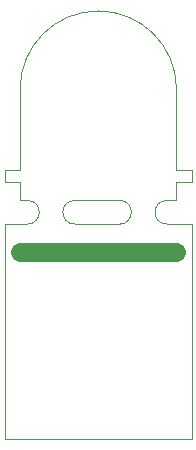
<source format=gm1>
G04 #@! TF.GenerationSoftware,KiCad,Pcbnew,(5.1.0)-1*
G04 #@! TF.CreationDate,2019-06-26T15:16:10-04:00*
G04 #@! TF.ProjectId,8 Pin DIN to 9 Pin Mini DIN,38205069-6e20-4444-994e-20746f203920,rev?*
G04 #@! TF.SameCoordinates,Original*
G04 #@! TF.FileFunction,Profile,NP*
%FSLAX46Y46*%
G04 Gerber Fmt 4.6, Leading zero omitted, Abs format (unit mm)*
G04 Created by KiCad (PCBNEW (5.1.0)-1) date 2019-06-26 15:16:10*
%MOMM*%
%LPD*%
G04 APERTURE LIST*
%ADD10C,1.600000*%
%ADD11C,0.050000*%
G04 APERTURE END LIST*
D10*
X191960000Y-112000000D02*
X205200000Y-112000000D01*
D11*
X205220000Y-106000000D02*
X205220000Y-107600000D01*
X206500000Y-106000000D02*
X205220000Y-106000000D01*
X205220000Y-105000000D02*
X206500000Y-105000000D01*
X206500000Y-105000000D02*
X206500000Y-106000000D01*
X191980000Y-106000000D02*
X191980000Y-107600000D01*
X190700000Y-105000000D02*
X191980000Y-105000000D01*
X190700000Y-106000000D02*
X190700000Y-105000000D01*
X191980000Y-106000000D02*
X190700000Y-106000000D01*
X192600000Y-107600000D02*
X191980000Y-107600000D01*
X200400000Y-107600000D02*
X196600000Y-107600000D01*
X204400000Y-109600000D02*
X206500000Y-109600000D01*
X196600000Y-109600000D02*
X200400000Y-109600000D01*
X192600000Y-107600000D02*
G75*
G02X192600000Y-109600000I0J-1000000D01*
G01*
X196600000Y-109600000D02*
G75*
G02X196600000Y-107600000I0J1000000D01*
G01*
X204400000Y-109600000D02*
G75*
G02X204400000Y-107600000I0J1000000D01*
G01*
X200400000Y-107600000D02*
G75*
G02X200400000Y-109600000I0J-1000000D01*
G01*
X190700000Y-127800000D02*
X190700000Y-109600000D01*
X206500000Y-127800000D02*
X206500000Y-109600000D01*
X190700000Y-127800000D02*
X206500000Y-127800000D01*
X190700000Y-109600000D02*
X192600000Y-109600000D01*
X205220000Y-105000000D02*
X205220000Y-98180000D01*
X204400000Y-107600000D02*
X205220000Y-107600000D01*
X191980000Y-98180000D02*
X191980000Y-105000000D01*
X191980000Y-98180000D02*
G75*
G02X205220000Y-98180000I6620000J0D01*
G01*
M02*

</source>
